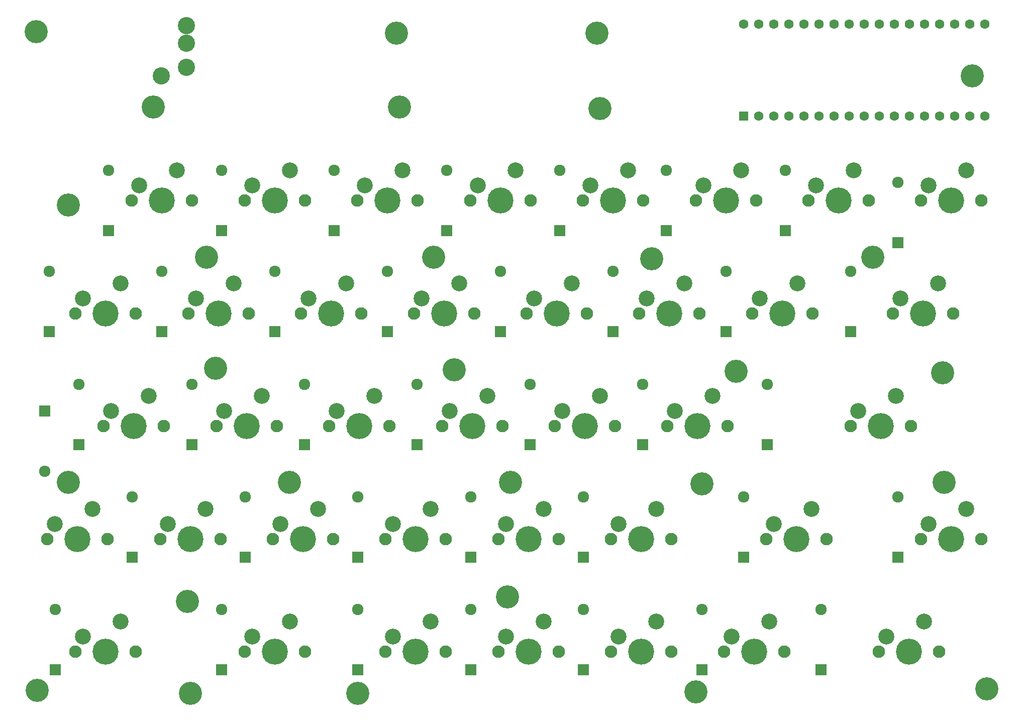
<source format=gbs>
G04 #@! TF.FileFunction,Soldermask,Bot*
%FSLAX46Y46*%
G04 Gerber Fmt 4.6, Leading zero omitted, Abs format (unit mm)*
G04 Created by KiCad (PCBNEW 4.0.1-stable) date 2017/02/06 23:13:23*
%MOMM*%
G01*
G04 APERTURE LIST*
%ADD10C,0.100000*%
%ADD11C,2.686000*%
%ADD12C,4.387800*%
%ADD13C,2.101800*%
%ADD14C,2.900000*%
%ADD15C,3.900000*%
%ADD16R,1.924000X1.924000*%
%ADD17C,1.924000*%
%ADD18C,1.600000*%
%ADD19R,1.600000X1.600000*%
G04 APERTURE END LIST*
D10*
D11*
X110040000Y-73920000D03*
X103690000Y-76460000D03*
D12*
X107500000Y-79000000D03*
D13*
X102420000Y-79000000D03*
X112580000Y-79000000D03*
D11*
X129040000Y-73920000D03*
X122690000Y-76460000D03*
D12*
X126500000Y-79000000D03*
D13*
X121420000Y-79000000D03*
X131580000Y-79000000D03*
D11*
X138540000Y-54920000D03*
X132190000Y-57460000D03*
D12*
X136000000Y-60000000D03*
D13*
X130920000Y-60000000D03*
X141080000Y-60000000D03*
D11*
X119540000Y-54920000D03*
X113190000Y-57460000D03*
D12*
X117000000Y-60000000D03*
D13*
X111920000Y-60000000D03*
X122080000Y-60000000D03*
D11*
X100540000Y-54920000D03*
X94190000Y-57460000D03*
D12*
X98000000Y-60000000D03*
D13*
X92920000Y-60000000D03*
X103080000Y-60000000D03*
D11*
X81540000Y-54920000D03*
X75190000Y-57460000D03*
D12*
X79000000Y-60000000D03*
D13*
X73920000Y-60000000D03*
X84080000Y-60000000D03*
D11*
X62540000Y-54920000D03*
X56190000Y-57460000D03*
D12*
X60000000Y-60000000D03*
D13*
X54920000Y-60000000D03*
X65080000Y-60000000D03*
D14*
X64100000Y-30500000D03*
X64100000Y-33500000D03*
X59900000Y-39000000D03*
X64100000Y-37500000D03*
D15*
X118250000Y-126750000D03*
X64250000Y-127500000D03*
X69000000Y-88250000D03*
X109250000Y-88500000D03*
X156750000Y-88750000D03*
X191500000Y-89000000D03*
X58500000Y-44250000D03*
X100000000Y-44250000D03*
X133750000Y-44500000D03*
X64750000Y-143000000D03*
X196500000Y-39000000D03*
X44250000Y-60750000D03*
X67500000Y-69500000D03*
X105750000Y-69500000D03*
X142500000Y-69750000D03*
X179750000Y-69500000D03*
X191750000Y-107500000D03*
X151000000Y-107750000D03*
X118750000Y-107500000D03*
X81500000Y-107500000D03*
X44250000Y-107500000D03*
X38750000Y-31500000D03*
X99500000Y-31750000D03*
X133250000Y-31750000D03*
X93000000Y-143000000D03*
X150000000Y-142750000D03*
X39000000Y-142500000D03*
X199000000Y-142250000D03*
D11*
X195540000Y-54920000D03*
X189190000Y-57460000D03*
D12*
X193000000Y-60000000D03*
D13*
X187920000Y-60000000D03*
X198080000Y-60000000D03*
D11*
X176540000Y-54920000D03*
X170190000Y-57460000D03*
D12*
X174000000Y-60000000D03*
D13*
X168920000Y-60000000D03*
X179080000Y-60000000D03*
D16*
X184000000Y-67080000D03*
D17*
X184000000Y-56920000D03*
D11*
X162290000Y-130920000D03*
X155940000Y-133460000D03*
D12*
X159750000Y-136000000D03*
D13*
X154670000Y-136000000D03*
X164830000Y-136000000D03*
D11*
X143290000Y-130920000D03*
X136940000Y-133460000D03*
D12*
X140750000Y-136000000D03*
D13*
X135670000Y-136000000D03*
X145830000Y-136000000D03*
D11*
X105290000Y-130920000D03*
X98940000Y-133460000D03*
D12*
X102750000Y-136000000D03*
D13*
X97670000Y-136000000D03*
X107830000Y-136000000D03*
D16*
X171000000Y-139080000D03*
D17*
X171000000Y-128920000D03*
D16*
X151000000Y-139080000D03*
D17*
X151000000Y-128920000D03*
D16*
X131000000Y-139080000D03*
D17*
X131000000Y-128920000D03*
D16*
X93000000Y-139080000D03*
D17*
X93000000Y-128920000D03*
D18*
X158000000Y-30254000D03*
X160540000Y-30254000D03*
X163080000Y-30254000D03*
X165620000Y-30254000D03*
X168160000Y-30254000D03*
X170700000Y-30254000D03*
X173240000Y-30254000D03*
X175780000Y-30254000D03*
X178320000Y-30254000D03*
X180860000Y-30254000D03*
X183400000Y-30254000D03*
X185940000Y-30254000D03*
X188480000Y-30254000D03*
X191020000Y-30254000D03*
X193560000Y-30254000D03*
X196100000Y-30254000D03*
X198640000Y-30254000D03*
D19*
X158000000Y-45746000D03*
D18*
X160540000Y-45746000D03*
X163080000Y-45746000D03*
X165620000Y-45746000D03*
X168160000Y-45746000D03*
X170700000Y-45746000D03*
X173240000Y-45746000D03*
X175780000Y-45746000D03*
X178320000Y-45746000D03*
X180860000Y-45746000D03*
X183400000Y-45746000D03*
X185940000Y-45746000D03*
X188480000Y-45746000D03*
X191020000Y-45746000D03*
X193560000Y-45746000D03*
X196100000Y-45746000D03*
X198640000Y-45746000D03*
D11*
X124290000Y-130920000D03*
X117940000Y-133460000D03*
D12*
X121750000Y-136000000D03*
D13*
X116670000Y-136000000D03*
X126830000Y-136000000D03*
D11*
X81540000Y-130920000D03*
X75190000Y-133460000D03*
D12*
X79000000Y-136000000D03*
D13*
X73920000Y-136000000D03*
X84080000Y-136000000D03*
D11*
X53040000Y-130920000D03*
X46690000Y-133460000D03*
D12*
X50500000Y-136000000D03*
D13*
X45420000Y-136000000D03*
X55580000Y-136000000D03*
D11*
X195540000Y-111920000D03*
X189190000Y-114460000D03*
D12*
X193000000Y-117000000D03*
D13*
X187920000Y-117000000D03*
X198080000Y-117000000D03*
D11*
X169415000Y-111920000D03*
X163065000Y-114460000D03*
D12*
X166875000Y-117000000D03*
D13*
X161795000Y-117000000D03*
X171955000Y-117000000D03*
D11*
X143290000Y-111920000D03*
X136940000Y-114460000D03*
D12*
X140750000Y-117000000D03*
D13*
X135670000Y-117000000D03*
X145830000Y-117000000D03*
D11*
X124290000Y-111920000D03*
X117940000Y-114460000D03*
D12*
X121750000Y-117000000D03*
D13*
X116670000Y-117000000D03*
X126830000Y-117000000D03*
D11*
X105290000Y-111920000D03*
X98940000Y-114460000D03*
D12*
X102750000Y-117000000D03*
D13*
X97670000Y-117000000D03*
X107830000Y-117000000D03*
D11*
X86290000Y-111920000D03*
X79940000Y-114460000D03*
D12*
X83750000Y-117000000D03*
D13*
X78670000Y-117000000D03*
X88830000Y-117000000D03*
D11*
X67290000Y-111920000D03*
X60940000Y-114460000D03*
D12*
X64750000Y-117000000D03*
D13*
X59670000Y-117000000D03*
X69830000Y-117000000D03*
D11*
X48290000Y-111920000D03*
X41940000Y-114460000D03*
D12*
X45750000Y-117000000D03*
D13*
X40670000Y-117000000D03*
X50830000Y-117000000D03*
D11*
X183665000Y-92920000D03*
X177315000Y-95460000D03*
D12*
X181125000Y-98000000D03*
D13*
X176045000Y-98000000D03*
X186205000Y-98000000D03*
D11*
X152790000Y-92920000D03*
X146440000Y-95460000D03*
D12*
X150250000Y-98000000D03*
D13*
X145170000Y-98000000D03*
X155330000Y-98000000D03*
D11*
X133790000Y-92920000D03*
X127440000Y-95460000D03*
D12*
X131250000Y-98000000D03*
D13*
X126170000Y-98000000D03*
X136330000Y-98000000D03*
D11*
X114790000Y-92920000D03*
X108440000Y-95460000D03*
D12*
X112250000Y-98000000D03*
D13*
X107170000Y-98000000D03*
X117330000Y-98000000D03*
D11*
X95790000Y-92920000D03*
X89440000Y-95460000D03*
D12*
X93250000Y-98000000D03*
D13*
X88170000Y-98000000D03*
X98330000Y-98000000D03*
D11*
X76790000Y-92920000D03*
X70440000Y-95460000D03*
D12*
X74250000Y-98000000D03*
D13*
X69170000Y-98000000D03*
X79330000Y-98000000D03*
D11*
X57790000Y-92920000D03*
X51440000Y-95460000D03*
D12*
X55250000Y-98000000D03*
D13*
X50170000Y-98000000D03*
X60330000Y-98000000D03*
D11*
X190790000Y-73920000D03*
X184440000Y-76460000D03*
D12*
X188250000Y-79000000D03*
D13*
X183170000Y-79000000D03*
X193330000Y-79000000D03*
D11*
X167040000Y-73920000D03*
X160690000Y-76460000D03*
D12*
X164500000Y-79000000D03*
D13*
X159420000Y-79000000D03*
X169580000Y-79000000D03*
D11*
X148040000Y-73920000D03*
X141690000Y-76460000D03*
D12*
X145500000Y-79000000D03*
D13*
X140420000Y-79000000D03*
X150580000Y-79000000D03*
D11*
X91040000Y-73920000D03*
X84690000Y-76460000D03*
D12*
X88500000Y-79000000D03*
D13*
X83420000Y-79000000D03*
X93580000Y-79000000D03*
D11*
X72040000Y-73920000D03*
X65690000Y-76460000D03*
D12*
X69500000Y-79000000D03*
D13*
X64420000Y-79000000D03*
X74580000Y-79000000D03*
D11*
X53040000Y-73920000D03*
X46690000Y-76460000D03*
D12*
X50500000Y-79000000D03*
D13*
X45420000Y-79000000D03*
X55580000Y-79000000D03*
D11*
X157540000Y-54920000D03*
X151190000Y-57460000D03*
D12*
X155000000Y-60000000D03*
D13*
X149920000Y-60000000D03*
X160080000Y-60000000D03*
D16*
X112000000Y-139080000D03*
D17*
X112000000Y-128920000D03*
D16*
X70000000Y-139080000D03*
D17*
X70000000Y-128920000D03*
D16*
X42000000Y-139080000D03*
D17*
X42000000Y-128920000D03*
D16*
X184000000Y-120080000D03*
D17*
X184000000Y-109920000D03*
D16*
X158000000Y-120080000D03*
D17*
X158000000Y-109920000D03*
D16*
X131000000Y-120080000D03*
D17*
X131000000Y-109920000D03*
D16*
X112000000Y-120080000D03*
D17*
X112000000Y-109920000D03*
D16*
X93000000Y-120080000D03*
D17*
X93000000Y-109920000D03*
D16*
X74000000Y-120080000D03*
D17*
X74000000Y-109920000D03*
D16*
X55000000Y-120080000D03*
D17*
X55000000Y-109920000D03*
D16*
X40250000Y-95420000D03*
D17*
X40250000Y-105580000D03*
D16*
X162000000Y-101080000D03*
D17*
X162000000Y-90920000D03*
D16*
X141000000Y-101080000D03*
D17*
X141000000Y-90920000D03*
D16*
X122000000Y-101080000D03*
D17*
X122000000Y-90920000D03*
D16*
X103000000Y-101080000D03*
D17*
X103000000Y-90920000D03*
D16*
X84000000Y-101080000D03*
D17*
X84000000Y-90920000D03*
D16*
X65000000Y-101080000D03*
D17*
X65000000Y-90920000D03*
D16*
X46000000Y-101080000D03*
D17*
X46000000Y-90920000D03*
D16*
X176000000Y-82080000D03*
D17*
X176000000Y-71920000D03*
D16*
X155000000Y-82080000D03*
D17*
X155000000Y-71920000D03*
D16*
X136000000Y-82080000D03*
D17*
X136000000Y-71920000D03*
D16*
X117000000Y-82080000D03*
D17*
X117000000Y-71920000D03*
D16*
X98000000Y-82080000D03*
D17*
X98000000Y-71920000D03*
D16*
X79000000Y-82080000D03*
D17*
X79000000Y-71920000D03*
D16*
X60000000Y-82080000D03*
D17*
X60000000Y-71920000D03*
D16*
X41000000Y-82080000D03*
D17*
X41000000Y-71920000D03*
D16*
X165000000Y-65080000D03*
D17*
X165000000Y-54920000D03*
D16*
X145000000Y-65080000D03*
D17*
X145000000Y-54920000D03*
D16*
X127000000Y-65080000D03*
D17*
X127000000Y-54920000D03*
D16*
X108000000Y-65080000D03*
D17*
X108000000Y-54920000D03*
D16*
X89000000Y-65080000D03*
D17*
X89000000Y-54920000D03*
D16*
X70000000Y-65080000D03*
D17*
X70000000Y-54920000D03*
D16*
X51000000Y-65080000D03*
D17*
X51000000Y-54920000D03*
D11*
X188415000Y-130920000D03*
X182065000Y-133460000D03*
D12*
X185875000Y-136000000D03*
D13*
X180795000Y-136000000D03*
X190955000Y-136000000D03*
M02*

</source>
